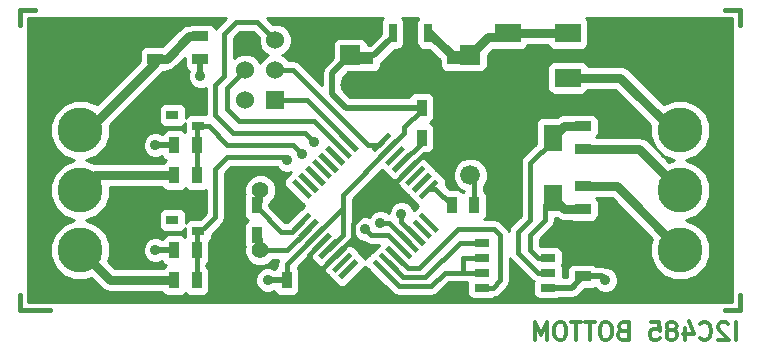
<source format=gbr>
G04 (created by PCBNEW (2013-07-07 BZR 4022)-stable) date 30.7.2014 9:50:12*
%MOIN*%
G04 Gerber Fmt 3.4, Leading zero omitted, Abs format*
%FSLAX34Y34*%
G01*
G70*
G90*
G04 APERTURE LIST*
%ADD10C,0.00590551*%
%ADD11C,0.011811*%
%ADD12R,0.0394X0.0315*%
%ADD13R,0.05X0.025*%
%ADD14R,0.035X0.055*%
%ADD15R,0.055X0.035*%
%ADD16R,0.06X0.06*%
%ADD17C,0.06*%
%ADD18C,0.056*%
%ADD19R,0.065X0.065*%
%ADD20C,0.065*%
%ADD21R,0.063X0.0866*%
%ADD22R,0.0866X0.063*%
%ADD23R,0.0276X0.063*%
%ADD24R,0.0276X0.0827*%
%ADD25R,0.0787X0.1083*%
%ADD26C,0.15*%
%ADD27R,0.15X0.15*%
%ADD28C,0.066*%
%ADD29C,0.0393701*%
%ADD30C,0.035*%
%ADD31C,0.015*%
%ADD32C,0.03*%
%ADD33C,0.02*%
%ADD34C,0.01*%
G04 APERTURE END LIST*
G54D10*
G54D11*
X35346Y-20989D02*
X35346Y-20398D01*
X35093Y-20454D02*
X35065Y-20426D01*
X35008Y-20398D01*
X34868Y-20398D01*
X34812Y-20426D01*
X34784Y-20454D01*
X34755Y-20510D01*
X34755Y-20567D01*
X34784Y-20651D01*
X35121Y-20989D01*
X34755Y-20989D01*
X34165Y-20932D02*
X34193Y-20960D01*
X34277Y-20989D01*
X34334Y-20989D01*
X34418Y-20960D01*
X34474Y-20904D01*
X34502Y-20848D01*
X34530Y-20735D01*
X34530Y-20651D01*
X34502Y-20539D01*
X34474Y-20482D01*
X34418Y-20426D01*
X34334Y-20398D01*
X34277Y-20398D01*
X34193Y-20426D01*
X34165Y-20454D01*
X33659Y-20595D02*
X33659Y-20989D01*
X33799Y-20370D02*
X33940Y-20792D01*
X33574Y-20792D01*
X33265Y-20651D02*
X33321Y-20623D01*
X33349Y-20595D01*
X33377Y-20539D01*
X33377Y-20510D01*
X33349Y-20454D01*
X33321Y-20426D01*
X33265Y-20398D01*
X33152Y-20398D01*
X33096Y-20426D01*
X33068Y-20454D01*
X33040Y-20510D01*
X33040Y-20539D01*
X33068Y-20595D01*
X33096Y-20623D01*
X33152Y-20651D01*
X33265Y-20651D01*
X33321Y-20679D01*
X33349Y-20707D01*
X33377Y-20764D01*
X33377Y-20876D01*
X33349Y-20932D01*
X33321Y-20960D01*
X33265Y-20989D01*
X33152Y-20989D01*
X33096Y-20960D01*
X33068Y-20932D01*
X33040Y-20876D01*
X33040Y-20764D01*
X33068Y-20707D01*
X33096Y-20679D01*
X33152Y-20651D01*
X32506Y-20398D02*
X32787Y-20398D01*
X32815Y-20679D01*
X32787Y-20651D01*
X32731Y-20623D01*
X32590Y-20623D01*
X32534Y-20651D01*
X32506Y-20679D01*
X32478Y-20735D01*
X32478Y-20876D01*
X32506Y-20932D01*
X32534Y-20960D01*
X32590Y-20989D01*
X32731Y-20989D01*
X32787Y-20960D01*
X32815Y-20932D01*
X31578Y-20679D02*
X31493Y-20707D01*
X31465Y-20735D01*
X31437Y-20792D01*
X31437Y-20876D01*
X31465Y-20932D01*
X31493Y-20960D01*
X31550Y-20989D01*
X31775Y-20989D01*
X31775Y-20398D01*
X31578Y-20398D01*
X31521Y-20426D01*
X31493Y-20454D01*
X31465Y-20510D01*
X31465Y-20567D01*
X31493Y-20623D01*
X31521Y-20651D01*
X31578Y-20679D01*
X31775Y-20679D01*
X31071Y-20398D02*
X30959Y-20398D01*
X30903Y-20426D01*
X30847Y-20482D01*
X30818Y-20595D01*
X30818Y-20792D01*
X30847Y-20904D01*
X30903Y-20960D01*
X30959Y-20989D01*
X31071Y-20989D01*
X31128Y-20960D01*
X31184Y-20904D01*
X31212Y-20792D01*
X31212Y-20595D01*
X31184Y-20482D01*
X31128Y-20426D01*
X31071Y-20398D01*
X30650Y-20398D02*
X30312Y-20398D01*
X30481Y-20989D02*
X30481Y-20398D01*
X30200Y-20398D02*
X29862Y-20398D01*
X30031Y-20989D02*
X30031Y-20398D01*
X29553Y-20398D02*
X29440Y-20398D01*
X29384Y-20426D01*
X29328Y-20482D01*
X29300Y-20595D01*
X29300Y-20792D01*
X29328Y-20904D01*
X29384Y-20960D01*
X29440Y-20989D01*
X29553Y-20989D01*
X29609Y-20960D01*
X29665Y-20904D01*
X29694Y-20792D01*
X29694Y-20595D01*
X29665Y-20482D01*
X29609Y-20426D01*
X29553Y-20398D01*
X29047Y-20989D02*
X29047Y-20398D01*
X28850Y-20820D01*
X28653Y-20398D01*
X28653Y-20989D01*
G54D10*
G36*
X20670Y-17408D02*
X20545Y-17283D01*
X21102Y-16726D01*
X21227Y-16852D01*
X20670Y-17408D01*
X20670Y-17408D01*
G37*
G36*
X20893Y-17631D02*
X20768Y-17506D01*
X21324Y-16949D01*
X21450Y-17074D01*
X20893Y-17631D01*
X20893Y-17631D01*
G37*
G36*
X21116Y-17854D02*
X20991Y-17728D01*
X21547Y-17172D01*
X21672Y-17297D01*
X21116Y-17854D01*
X21116Y-17854D01*
G37*
G36*
X21339Y-18076D02*
X21213Y-17951D01*
X21770Y-17395D01*
X21895Y-17520D01*
X21339Y-18076D01*
X21339Y-18076D01*
G37*
G36*
X21561Y-18299D02*
X21436Y-18174D01*
X21993Y-17617D01*
X22118Y-17743D01*
X21561Y-18299D01*
X21561Y-18299D01*
G37*
G36*
X21784Y-18522D02*
X21659Y-18397D01*
X22215Y-17840D01*
X22340Y-17965D01*
X21784Y-18522D01*
X21784Y-18522D01*
G37*
G36*
X22007Y-18745D02*
X21882Y-18619D01*
X22438Y-18063D01*
X22563Y-18188D01*
X22007Y-18745D01*
X22007Y-18745D01*
G37*
G36*
X22229Y-18967D02*
X22104Y-18842D01*
X22661Y-18286D01*
X22786Y-18411D01*
X22229Y-18967D01*
X22229Y-18967D01*
G37*
G36*
X24891Y-16303D02*
X24766Y-16178D01*
X25322Y-15621D01*
X25448Y-15746D01*
X24891Y-16303D01*
X24891Y-16303D01*
G37*
G36*
X23328Y-14740D02*
X23203Y-14615D01*
X23760Y-14059D01*
X23885Y-14184D01*
X23328Y-14740D01*
X23328Y-14740D01*
G37*
G36*
X23555Y-14966D02*
X23429Y-14841D01*
X23986Y-14285D01*
X24111Y-14410D01*
X23555Y-14966D01*
X23555Y-14966D01*
G37*
G36*
X23781Y-15193D02*
X23656Y-15068D01*
X24212Y-14511D01*
X24337Y-14636D01*
X23781Y-15193D01*
X23781Y-15193D01*
G37*
G36*
X24000Y-15412D02*
X23875Y-15287D01*
X24431Y-14730D01*
X24557Y-14855D01*
X24000Y-15412D01*
X24000Y-15412D01*
G37*
G36*
X24226Y-15638D02*
X24101Y-15513D01*
X24658Y-14957D01*
X24783Y-15082D01*
X24226Y-15638D01*
X24226Y-15638D01*
G37*
G36*
X24446Y-15857D02*
X24320Y-15732D01*
X24877Y-15176D01*
X25002Y-15301D01*
X24446Y-15857D01*
X24446Y-15857D01*
G37*
G36*
X24672Y-16084D02*
X24547Y-15959D01*
X25103Y-15402D01*
X25228Y-15527D01*
X24672Y-16084D01*
X24672Y-16084D01*
G37*
G36*
X23772Y-18970D02*
X23216Y-18414D01*
X23341Y-18288D01*
X23898Y-18845D01*
X23772Y-18970D01*
X23772Y-18970D01*
G37*
G36*
X23994Y-18748D02*
X23438Y-18192D01*
X23563Y-18066D01*
X24120Y-18623D01*
X23994Y-18748D01*
X23994Y-18748D01*
G37*
G36*
X24218Y-18525D02*
X23661Y-17968D01*
X23787Y-17843D01*
X24343Y-18399D01*
X24218Y-18525D01*
X24218Y-18525D01*
G37*
G36*
X24440Y-18303D02*
X23883Y-17746D01*
X24009Y-17621D01*
X24565Y-18177D01*
X24440Y-18303D01*
X24440Y-18303D01*
G37*
G36*
X24663Y-18079D02*
X24107Y-17523D01*
X24232Y-17398D01*
X24788Y-17954D01*
X24663Y-18079D01*
X24663Y-18079D01*
G37*
G36*
X24885Y-17857D02*
X24329Y-17301D01*
X24454Y-17175D01*
X25011Y-17732D01*
X24885Y-17857D01*
X24885Y-17857D01*
G37*
G36*
X25109Y-17634D02*
X24552Y-17077D01*
X24677Y-16952D01*
X25234Y-17509D01*
X25109Y-17634D01*
X25109Y-17634D01*
G37*
G36*
X25331Y-17412D02*
X24774Y-16855D01*
X24899Y-16730D01*
X25456Y-17287D01*
X25331Y-17412D01*
X25331Y-17412D01*
G37*
G36*
X21101Y-16296D02*
X20544Y-15739D01*
X20670Y-15614D01*
X21226Y-16171D01*
X21101Y-16296D01*
X21101Y-16296D01*
G37*
G36*
X21320Y-16077D02*
X20764Y-15520D01*
X20889Y-15395D01*
X21445Y-15951D01*
X21320Y-16077D01*
X21320Y-16077D01*
G37*
G36*
X21546Y-15850D02*
X20990Y-15294D01*
X21115Y-15169D01*
X21672Y-15725D01*
X21546Y-15850D01*
X21546Y-15850D01*
G37*
G36*
X21766Y-15631D02*
X21209Y-15075D01*
X21334Y-14950D01*
X21891Y-15506D01*
X21766Y-15631D01*
X21766Y-15631D01*
G37*
G36*
X21985Y-15412D02*
X21428Y-14855D01*
X21553Y-14730D01*
X22110Y-15287D01*
X21985Y-15412D01*
X21985Y-15412D01*
G37*
G36*
X22211Y-15186D02*
X21655Y-14629D01*
X21780Y-14504D01*
X22336Y-15061D01*
X22211Y-15186D01*
X22211Y-15186D01*
G37*
G36*
X22437Y-14959D02*
X21881Y-14403D01*
X22006Y-14278D01*
X22563Y-14834D01*
X22437Y-14959D01*
X22437Y-14959D01*
G37*
G36*
X22664Y-14733D02*
X22107Y-14177D01*
X22232Y-14051D01*
X22789Y-14608D01*
X22664Y-14733D01*
X22664Y-14733D01*
G37*
G54D12*
X16567Y-13500D03*
X17433Y-13875D03*
X17433Y-13125D03*
X16567Y-17000D03*
X17433Y-17375D03*
X17433Y-16625D03*
G54D13*
X26900Y-19250D03*
X26900Y-18750D03*
X26900Y-18250D03*
X26900Y-17750D03*
X29100Y-17750D03*
X29100Y-18250D03*
X29100Y-18750D03*
X29100Y-19250D03*
G54D14*
X16625Y-18000D03*
X17375Y-18000D03*
G54D15*
X23000Y-11625D03*
X23000Y-12375D03*
X30250Y-18875D03*
X30250Y-18125D03*
G54D14*
X20375Y-19000D03*
X21125Y-19000D03*
X24875Y-13250D03*
X25625Y-13250D03*
X19375Y-16500D03*
X18625Y-16500D03*
X19375Y-17500D03*
X18625Y-17500D03*
X24875Y-14250D03*
X25625Y-14250D03*
G54D15*
X26000Y-11625D03*
X26000Y-12375D03*
G54D14*
X16625Y-14500D03*
X17375Y-14500D03*
G54D16*
X20000Y-13000D03*
G54D17*
X19000Y-13000D03*
X20000Y-12000D03*
X19000Y-12000D03*
X20000Y-11000D03*
X19000Y-11000D03*
G54D18*
X19500Y-16000D03*
X19500Y-18000D03*
G54D19*
X26500Y-11500D03*
G54D20*
X26500Y-12500D03*
G54D19*
X22500Y-11500D03*
G54D20*
X22500Y-12500D03*
G54D15*
X30250Y-13875D03*
X30250Y-14625D03*
X30250Y-16625D03*
X30250Y-15875D03*
G54D14*
X17375Y-19000D03*
X16625Y-19000D03*
X17375Y-15500D03*
X16625Y-15500D03*
G54D15*
X17500Y-10875D03*
X17500Y-11625D03*
X16000Y-11625D03*
X16000Y-10875D03*
G54D21*
X27752Y-16250D03*
X29248Y-16250D03*
X27752Y-14250D03*
X29248Y-14250D03*
G54D22*
X27750Y-12248D03*
X27750Y-10752D03*
X29750Y-12248D03*
X29750Y-10752D03*
G54D23*
X23909Y-10752D03*
G54D24*
X24500Y-10850D03*
G54D23*
X25091Y-10752D03*
G54D25*
X24500Y-11795D03*
G54D26*
X13500Y-14000D03*
X13500Y-16000D03*
G54D27*
X13500Y-12000D03*
G54D26*
X13500Y-18000D03*
X33500Y-14000D03*
X33500Y-16000D03*
G54D27*
X33500Y-12000D03*
G54D26*
X33500Y-18000D03*
G54D14*
X26625Y-16500D03*
X25875Y-16500D03*
G54D28*
X26500Y-15500D03*
X26500Y-14500D03*
G54D29*
X34750Y-19250D03*
X30250Y-17500D03*
X32250Y-14000D03*
X34750Y-10750D03*
X21000Y-10750D03*
X16750Y-12750D03*
X16750Y-16250D03*
X18750Y-15500D03*
X18750Y-18500D03*
X14500Y-17000D03*
X14500Y-14750D03*
X12250Y-10750D03*
X12250Y-19250D03*
X15000Y-10750D03*
G54D30*
X23000Y-17300D03*
X21300Y-14400D03*
X24200Y-16800D03*
X20900Y-14800D03*
X23500Y-17100D03*
X20400Y-15000D03*
X17500Y-12200D03*
X31000Y-19000D03*
X19750Y-19000D03*
X16000Y-18000D03*
X16000Y-14500D03*
G54D31*
X12000Y-10000D02*
X11500Y-10000D01*
X11500Y-10000D02*
X11500Y-10500D01*
X35500Y-10500D02*
X35500Y-10000D01*
X35500Y-10000D02*
X35000Y-10000D01*
X35000Y-20000D02*
X35500Y-20000D01*
X35500Y-20000D02*
X35500Y-19500D01*
X11500Y-19500D02*
X11500Y-20000D01*
X11500Y-20000D02*
X12500Y-20000D01*
G54D32*
X30250Y-15875D02*
X31375Y-15875D01*
X31375Y-15875D02*
X33500Y-18000D01*
X30250Y-14625D02*
X32125Y-14625D01*
X32125Y-14625D02*
X33500Y-16000D01*
G54D31*
X22000Y-18181D02*
X22018Y-18181D01*
X22018Y-18181D02*
X22600Y-17600D01*
X22600Y-17600D02*
X22600Y-17140D01*
X22600Y-17140D02*
X24442Y-15297D01*
X25625Y-14250D02*
X25625Y-13250D01*
X26500Y-14500D02*
X25875Y-14500D01*
X25875Y-14500D02*
X25625Y-14250D01*
X25625Y-14250D02*
X25625Y-14475D01*
X24940Y-14800D02*
X24442Y-15297D01*
X25300Y-14800D02*
X24940Y-14800D01*
X25625Y-14475D02*
X25300Y-14800D01*
X21125Y-19000D02*
X21181Y-19000D01*
X21181Y-19000D02*
X22000Y-18181D01*
X21125Y-19000D02*
X21125Y-18165D01*
X21125Y-18165D02*
X21554Y-17736D01*
X25107Y-15962D02*
X25337Y-15962D01*
X25337Y-15962D02*
X25875Y-16500D01*
X24875Y-14250D02*
X24875Y-14412D01*
X24875Y-14412D02*
X24216Y-15071D01*
G54D32*
X13500Y-14000D02*
X13750Y-14000D01*
X16000Y-11750D02*
X16000Y-11625D01*
X13750Y-14000D02*
X16000Y-11750D01*
X17500Y-10875D02*
X17125Y-10875D01*
X16375Y-11625D02*
X16000Y-11625D01*
X17125Y-10875D02*
X16375Y-11625D01*
G54D31*
X26900Y-18250D02*
X26250Y-18250D01*
X26250Y-18250D02*
X26250Y-18750D01*
X26900Y-18750D02*
X26250Y-18750D01*
X26250Y-18750D02*
X25650Y-18750D01*
X25650Y-18750D02*
X25200Y-19200D01*
X25200Y-19200D02*
X24127Y-19200D01*
X24127Y-19200D02*
X23557Y-18629D01*
X26900Y-18750D02*
X26150Y-18750D01*
X26625Y-16500D02*
X26625Y-15625D01*
X26625Y-15625D02*
X26500Y-15500D01*
G54D32*
X30250Y-16625D02*
X29623Y-16625D01*
X29623Y-16625D02*
X29248Y-16250D01*
G54D31*
X29100Y-18250D02*
X28750Y-18250D01*
X29000Y-16498D02*
X29248Y-16250D01*
X29000Y-17000D02*
X29000Y-16498D01*
X28500Y-17500D02*
X29000Y-17000D01*
X28500Y-18000D02*
X28500Y-17500D01*
X28750Y-18250D02*
X28500Y-18000D01*
X26900Y-17750D02*
X26150Y-17750D01*
X26150Y-17750D02*
X25000Y-18900D01*
X25000Y-18900D02*
X24271Y-18900D01*
X24271Y-18900D02*
X23779Y-18407D01*
X26900Y-17750D02*
X26650Y-17750D01*
G54D32*
X30250Y-13875D02*
X29623Y-13875D01*
X29623Y-13875D02*
X29248Y-14250D01*
G54D31*
X29248Y-14250D02*
X29248Y-14352D01*
X28750Y-18750D02*
X28250Y-18250D01*
X28750Y-18750D02*
X29100Y-18750D01*
X28100Y-18100D02*
X28250Y-18250D01*
X28100Y-17400D02*
X28100Y-18100D01*
X28500Y-17000D02*
X28100Y-17400D01*
X28500Y-15100D02*
X28500Y-17000D01*
X29248Y-14352D02*
X28500Y-15100D01*
X20000Y-12000D02*
X20600Y-12000D01*
X23444Y-14500D02*
X23544Y-14399D01*
X23100Y-14500D02*
X23444Y-14500D01*
X20600Y-12000D02*
X23100Y-14500D01*
X19000Y-12000D02*
X18400Y-12600D01*
X21303Y-13700D02*
X22222Y-14619D01*
X18800Y-13700D02*
X21303Y-13700D01*
X18400Y-13300D02*
X18800Y-13700D01*
X18400Y-12600D02*
X18400Y-13300D01*
X20000Y-13000D02*
X21055Y-13000D01*
X21055Y-13000D02*
X22448Y-14392D01*
X23762Y-17500D02*
X23200Y-17500D01*
X24224Y-17962D02*
X23762Y-17500D01*
X18500Y-14000D02*
X18600Y-14100D01*
X19400Y-10400D02*
X18700Y-10400D01*
X18700Y-10400D02*
X18300Y-10800D01*
X18300Y-10800D02*
X18300Y-12200D01*
X18300Y-12200D02*
X18000Y-12500D01*
X18000Y-12500D02*
X18000Y-13500D01*
X18000Y-13500D02*
X18500Y-14000D01*
X19400Y-10400D02*
X20000Y-11000D01*
X21000Y-14100D02*
X21300Y-14400D01*
X18600Y-14100D02*
X21000Y-14100D01*
X23200Y-17500D02*
X23000Y-17300D01*
G54D32*
X27750Y-10752D02*
X29750Y-10752D01*
X26500Y-11500D02*
X27100Y-10900D01*
X27748Y-10750D02*
X27750Y-10752D01*
X27100Y-10900D02*
X27500Y-10900D01*
X27500Y-10900D02*
X27748Y-10750D01*
X25091Y-10752D02*
X25127Y-10752D01*
X25875Y-11500D02*
X26500Y-11500D01*
X25127Y-10752D02*
X25875Y-11500D01*
G54D31*
X19375Y-16500D02*
X19375Y-16575D01*
X20554Y-17400D02*
X20886Y-17067D01*
X20200Y-17400D02*
X20554Y-17400D01*
X19375Y-16575D02*
X20200Y-17400D01*
X19500Y-16000D02*
X19500Y-16375D01*
X19500Y-16375D02*
X19375Y-16500D01*
X19500Y-18000D02*
X20399Y-18000D01*
X20399Y-18000D02*
X21109Y-17290D01*
X19500Y-18000D02*
X19500Y-17625D01*
X19500Y-17625D02*
X19375Y-17500D01*
X27300Y-17300D02*
X26100Y-17300D01*
X26100Y-17300D02*
X24800Y-18600D01*
X24800Y-18600D02*
X24418Y-18600D01*
X24418Y-18600D02*
X24002Y-18184D01*
X27300Y-17300D02*
X27500Y-17500D01*
X27250Y-19250D02*
X26900Y-19250D01*
X27300Y-17300D02*
X26600Y-17300D01*
X27500Y-17500D02*
X27300Y-17300D01*
X27500Y-19000D02*
X27500Y-17500D01*
X27250Y-19250D02*
X27500Y-19000D01*
X17375Y-15500D02*
X17375Y-14500D01*
X17375Y-14500D02*
X17375Y-13933D01*
X17375Y-13933D02*
X17433Y-13875D01*
X20600Y-14500D02*
X20900Y-14800D01*
X24670Y-17516D02*
X24200Y-17046D01*
X17775Y-13875D02*
X17433Y-13875D01*
X20400Y-14500D02*
X20600Y-14500D01*
X18400Y-14500D02*
X20400Y-14500D01*
X17775Y-13875D02*
X18400Y-14500D01*
X24200Y-16800D02*
X24200Y-17046D01*
X17375Y-19000D02*
X17375Y-18000D01*
X17375Y-18000D02*
X17375Y-17433D01*
X17375Y-17433D02*
X17433Y-17375D01*
X20400Y-14900D02*
X18400Y-14900D01*
X24438Y-17738D02*
X23800Y-17100D01*
X23800Y-17100D02*
X23500Y-17100D01*
X20400Y-15000D02*
X20400Y-14900D01*
X24448Y-17738D02*
X24438Y-17738D01*
X17625Y-17275D02*
X17433Y-17375D01*
X18000Y-16900D02*
X17625Y-17275D01*
X18000Y-15300D02*
X18000Y-16900D01*
X18400Y-14900D02*
X18000Y-15300D01*
G54D32*
X16625Y-15500D02*
X14000Y-15500D01*
X14000Y-15500D02*
X13500Y-16000D01*
X16625Y-19000D02*
X14500Y-19000D01*
X14500Y-19000D02*
X13500Y-18000D01*
G54D33*
X17500Y-11625D02*
X17500Y-12200D01*
X17500Y-11625D02*
X17375Y-11625D01*
X29100Y-19250D02*
X29875Y-19250D01*
X29875Y-19250D02*
X30250Y-18875D01*
X30250Y-18875D02*
X30875Y-18875D01*
X30875Y-18875D02*
X31000Y-19000D01*
X20375Y-19000D02*
X20375Y-19125D01*
X20250Y-19000D02*
X19750Y-19000D01*
X20375Y-19125D02*
X20250Y-19000D01*
X16625Y-18000D02*
X16000Y-18000D01*
X16625Y-14500D02*
X16000Y-14500D01*
X23909Y-10752D02*
X23909Y-10891D01*
X23300Y-11500D02*
X23700Y-11100D01*
X23300Y-11500D02*
X22500Y-11500D01*
X23909Y-10891D02*
X23700Y-11100D01*
X23000Y-11625D02*
X22625Y-11625D01*
X22625Y-11625D02*
X22500Y-11500D01*
X24875Y-13250D02*
X22350Y-13250D01*
X21900Y-12100D02*
X22500Y-11500D01*
X21900Y-12800D02*
X21900Y-12100D01*
X22350Y-13250D02*
X21900Y-12800D01*
G54D31*
X24875Y-13250D02*
X24875Y-13325D01*
X24300Y-14096D02*
X23770Y-14626D01*
X24300Y-13900D02*
X24300Y-14096D01*
X24875Y-13325D02*
X24300Y-13900D01*
X22250Y-16400D02*
X22250Y-16595D01*
X22250Y-16595D02*
X21331Y-17513D01*
X22250Y-17000D02*
X22250Y-16400D01*
X22250Y-16400D02*
X22250Y-16146D01*
X22250Y-16146D02*
X23770Y-14626D01*
X21791Y-17958D02*
X22250Y-17500D01*
X22250Y-17500D02*
X22250Y-17000D01*
X21777Y-17958D02*
X21791Y-17958D01*
X20375Y-19000D02*
X20375Y-18470D01*
X20375Y-18470D02*
X21331Y-17513D01*
G54D32*
X33500Y-14000D02*
X33250Y-14000D01*
X31498Y-12248D02*
X29750Y-12248D01*
X33250Y-14000D02*
X31498Y-12248D01*
G54D10*
G36*
X17675Y-13467D02*
X17580Y-13467D01*
X17186Y-13467D01*
X17094Y-13505D01*
X17024Y-13575D01*
X17014Y-13600D01*
X17014Y-13292D01*
X16976Y-13201D01*
X16905Y-13130D01*
X16813Y-13092D01*
X16714Y-13092D01*
X16320Y-13092D01*
X16228Y-13130D01*
X16158Y-13200D01*
X16120Y-13292D01*
X16119Y-13392D01*
X16119Y-13707D01*
X16157Y-13798D01*
X16228Y-13869D01*
X16320Y-13907D01*
X16419Y-13907D01*
X16813Y-13907D01*
X16905Y-13869D01*
X16975Y-13799D01*
X16985Y-13774D01*
X16985Y-14057D01*
X16941Y-14013D01*
X16849Y-13975D01*
X16750Y-13974D01*
X16400Y-13974D01*
X16308Y-14012D01*
X16238Y-14083D01*
X16218Y-14130D01*
X16084Y-14075D01*
X15915Y-14074D01*
X15759Y-14139D01*
X15639Y-14258D01*
X15575Y-14415D01*
X15574Y-14584D01*
X15639Y-14740D01*
X15758Y-14860D01*
X15915Y-14924D01*
X16084Y-14925D01*
X16218Y-14869D01*
X16237Y-14916D01*
X16308Y-14986D01*
X16339Y-14999D01*
X16308Y-15012D01*
X16238Y-15083D01*
X16231Y-15100D01*
X14000Y-15100D01*
X13959Y-15108D01*
X13959Y-15108D01*
X13699Y-15000D01*
X13698Y-15000D01*
X14065Y-14848D01*
X14347Y-14567D01*
X14499Y-14199D01*
X14500Y-13815D01*
X16265Y-12050D01*
X16324Y-12050D01*
X16394Y-12021D01*
X16502Y-11999D01*
X16528Y-11994D01*
X16528Y-11994D01*
X16657Y-11907D01*
X16974Y-11590D01*
X16974Y-11849D01*
X17012Y-11941D01*
X17083Y-12011D01*
X17112Y-12024D01*
X17075Y-12115D01*
X17074Y-12284D01*
X17139Y-12440D01*
X17258Y-12560D01*
X17415Y-12624D01*
X17584Y-12625D01*
X17675Y-12587D01*
X17675Y-13467D01*
X17675Y-13467D01*
G37*
G54D34*
X17675Y-13467D02*
X17580Y-13467D01*
X17186Y-13467D01*
X17094Y-13505D01*
X17024Y-13575D01*
X17014Y-13600D01*
X17014Y-13292D01*
X16976Y-13201D01*
X16905Y-13130D01*
X16813Y-13092D01*
X16714Y-13092D01*
X16320Y-13092D01*
X16228Y-13130D01*
X16158Y-13200D01*
X16120Y-13292D01*
X16119Y-13392D01*
X16119Y-13707D01*
X16157Y-13798D01*
X16228Y-13869D01*
X16320Y-13907D01*
X16419Y-13907D01*
X16813Y-13907D01*
X16905Y-13869D01*
X16975Y-13799D01*
X16985Y-13774D01*
X16985Y-14057D01*
X16941Y-14013D01*
X16849Y-13975D01*
X16750Y-13974D01*
X16400Y-13974D01*
X16308Y-14012D01*
X16238Y-14083D01*
X16218Y-14130D01*
X16084Y-14075D01*
X15915Y-14074D01*
X15759Y-14139D01*
X15639Y-14258D01*
X15575Y-14415D01*
X15574Y-14584D01*
X15639Y-14740D01*
X15758Y-14860D01*
X15915Y-14924D01*
X16084Y-14925D01*
X16218Y-14869D01*
X16237Y-14916D01*
X16308Y-14986D01*
X16339Y-14999D01*
X16308Y-15012D01*
X16238Y-15083D01*
X16231Y-15100D01*
X14000Y-15100D01*
X13959Y-15108D01*
X13959Y-15108D01*
X13699Y-15000D01*
X13698Y-15000D01*
X14065Y-14848D01*
X14347Y-14567D01*
X14499Y-14199D01*
X14500Y-13815D01*
X16265Y-12050D01*
X16324Y-12050D01*
X16394Y-12021D01*
X16502Y-11999D01*
X16528Y-11994D01*
X16528Y-11994D01*
X16657Y-11907D01*
X16974Y-11590D01*
X16974Y-11849D01*
X17012Y-11941D01*
X17083Y-12011D01*
X17112Y-12024D01*
X17075Y-12115D01*
X17074Y-12284D01*
X17139Y-12440D01*
X17258Y-12560D01*
X17415Y-12624D01*
X17584Y-12625D01*
X17675Y-12587D01*
X17675Y-13467D01*
G54D10*
G36*
X17675Y-16765D02*
X17472Y-16967D01*
X17186Y-16967D01*
X17094Y-17005D01*
X17024Y-17075D01*
X17014Y-17100D01*
X17014Y-16792D01*
X16976Y-16701D01*
X16905Y-16630D01*
X16813Y-16592D01*
X16714Y-16592D01*
X16320Y-16592D01*
X16228Y-16630D01*
X16158Y-16700D01*
X16120Y-16792D01*
X16119Y-16892D01*
X16119Y-17207D01*
X16157Y-17298D01*
X16228Y-17369D01*
X16320Y-17407D01*
X16419Y-17407D01*
X16813Y-17407D01*
X16905Y-17369D01*
X16975Y-17299D01*
X16985Y-17274D01*
X16985Y-17557D01*
X16941Y-17513D01*
X16849Y-17475D01*
X16750Y-17474D01*
X16400Y-17474D01*
X16308Y-17512D01*
X16238Y-17583D01*
X16218Y-17630D01*
X16084Y-17575D01*
X15915Y-17574D01*
X15759Y-17639D01*
X15639Y-17758D01*
X15575Y-17915D01*
X15574Y-18084D01*
X15639Y-18240D01*
X15758Y-18360D01*
X15915Y-18424D01*
X16084Y-18425D01*
X16218Y-18369D01*
X16237Y-18416D01*
X16308Y-18486D01*
X16339Y-18499D01*
X16308Y-18512D01*
X16238Y-18583D01*
X16231Y-18600D01*
X14665Y-18600D01*
X14431Y-18365D01*
X14499Y-18199D01*
X14500Y-17801D01*
X14348Y-17434D01*
X14067Y-17152D01*
X13699Y-17000D01*
X13698Y-17000D01*
X14065Y-16848D01*
X14347Y-16567D01*
X14499Y-16199D01*
X14500Y-15900D01*
X16231Y-15900D01*
X16237Y-15916D01*
X16308Y-15986D01*
X16400Y-16024D01*
X16499Y-16025D01*
X16849Y-16025D01*
X16941Y-15987D01*
X17000Y-15928D01*
X17058Y-15986D01*
X17150Y-16024D01*
X17249Y-16025D01*
X17599Y-16025D01*
X17675Y-15993D01*
X17675Y-16765D01*
X17675Y-16765D01*
G37*
G54D34*
X17675Y-16765D02*
X17472Y-16967D01*
X17186Y-16967D01*
X17094Y-17005D01*
X17024Y-17075D01*
X17014Y-17100D01*
X17014Y-16792D01*
X16976Y-16701D01*
X16905Y-16630D01*
X16813Y-16592D01*
X16714Y-16592D01*
X16320Y-16592D01*
X16228Y-16630D01*
X16158Y-16700D01*
X16120Y-16792D01*
X16119Y-16892D01*
X16119Y-17207D01*
X16157Y-17298D01*
X16228Y-17369D01*
X16320Y-17407D01*
X16419Y-17407D01*
X16813Y-17407D01*
X16905Y-17369D01*
X16975Y-17299D01*
X16985Y-17274D01*
X16985Y-17557D01*
X16941Y-17513D01*
X16849Y-17475D01*
X16750Y-17474D01*
X16400Y-17474D01*
X16308Y-17512D01*
X16238Y-17583D01*
X16218Y-17630D01*
X16084Y-17575D01*
X15915Y-17574D01*
X15759Y-17639D01*
X15639Y-17758D01*
X15575Y-17915D01*
X15574Y-18084D01*
X15639Y-18240D01*
X15758Y-18360D01*
X15915Y-18424D01*
X16084Y-18425D01*
X16218Y-18369D01*
X16237Y-18416D01*
X16308Y-18486D01*
X16339Y-18499D01*
X16308Y-18512D01*
X16238Y-18583D01*
X16231Y-18600D01*
X14665Y-18600D01*
X14431Y-18365D01*
X14499Y-18199D01*
X14500Y-17801D01*
X14348Y-17434D01*
X14067Y-17152D01*
X13699Y-17000D01*
X13698Y-17000D01*
X14065Y-16848D01*
X14347Y-16567D01*
X14499Y-16199D01*
X14500Y-15900D01*
X16231Y-15900D01*
X16237Y-15916D01*
X16308Y-15986D01*
X16400Y-16024D01*
X16499Y-16025D01*
X16849Y-16025D01*
X16941Y-15987D01*
X17000Y-15928D01*
X17058Y-15986D01*
X17150Y-16024D01*
X17249Y-16025D01*
X17599Y-16025D01*
X17675Y-15993D01*
X17675Y-16765D01*
G54D10*
G36*
X19769Y-11499D02*
X19688Y-11533D01*
X19534Y-11688D01*
X19500Y-11769D01*
X19466Y-11688D01*
X19311Y-11534D01*
X19109Y-11450D01*
X18891Y-11449D01*
X18688Y-11533D01*
X18625Y-11597D01*
X18625Y-10934D01*
X18834Y-10725D01*
X19265Y-10725D01*
X19450Y-10909D01*
X19449Y-11108D01*
X19533Y-11311D01*
X19688Y-11465D01*
X19769Y-11499D01*
X19769Y-11499D01*
G37*
G54D34*
X19769Y-11499D02*
X19688Y-11533D01*
X19534Y-11688D01*
X19500Y-11769D01*
X19466Y-11688D01*
X19311Y-11534D01*
X19109Y-11450D01*
X18891Y-11449D01*
X18688Y-11533D01*
X18625Y-11597D01*
X18625Y-10934D01*
X18834Y-10725D01*
X19265Y-10725D01*
X19450Y-10909D01*
X19449Y-11108D01*
X19533Y-11311D01*
X19688Y-11465D01*
X19769Y-11499D01*
G54D10*
G36*
X23451Y-17825D02*
X23450Y-17826D01*
X23441Y-17846D01*
X23422Y-17854D01*
X23351Y-17925D01*
X23226Y-18050D01*
X23218Y-18069D01*
X23200Y-18076D01*
X23129Y-18147D01*
X23004Y-18272D01*
X23002Y-18278D01*
X22998Y-18269D01*
X22928Y-18199D01*
X22803Y-18074D01*
X22783Y-18066D01*
X22775Y-18047D01*
X22705Y-17976D01*
X22580Y-17851D01*
X22488Y-17813D01*
X22396Y-17813D01*
X22479Y-17729D01*
X22550Y-17624D01*
X22550Y-17624D01*
X22575Y-17500D01*
X22575Y-17384D01*
X22639Y-17540D01*
X22758Y-17660D01*
X22915Y-17724D01*
X22965Y-17724D01*
X22970Y-17729D01*
X22970Y-17729D01*
X23075Y-17800D01*
X23075Y-17800D01*
X23200Y-17825D01*
X23451Y-17825D01*
X23451Y-17825D01*
G37*
G54D34*
X23451Y-17825D02*
X23450Y-17826D01*
X23441Y-17846D01*
X23422Y-17854D01*
X23351Y-17925D01*
X23226Y-18050D01*
X23218Y-18069D01*
X23200Y-18076D01*
X23129Y-18147D01*
X23004Y-18272D01*
X23002Y-18278D01*
X22998Y-18269D01*
X22928Y-18199D01*
X22803Y-18074D01*
X22783Y-18066D01*
X22775Y-18047D01*
X22705Y-17976D01*
X22580Y-17851D01*
X22488Y-17813D01*
X22396Y-17813D01*
X22479Y-17729D01*
X22550Y-17624D01*
X22550Y-17624D01*
X22575Y-17500D01*
X22575Y-17384D01*
X22639Y-17540D01*
X22758Y-17660D01*
X22915Y-17724D01*
X22965Y-17724D01*
X22970Y-17729D01*
X22970Y-17729D01*
X23075Y-17800D01*
X23075Y-17800D01*
X23200Y-17825D01*
X23451Y-17825D01*
G54D10*
G36*
X23584Y-10269D02*
X23559Y-10295D01*
X23521Y-10387D01*
X23520Y-10486D01*
X23520Y-10784D01*
X23452Y-10852D01*
X23452Y-10852D01*
X23452Y-10852D01*
X23155Y-11150D01*
X23075Y-11150D01*
X23075Y-11125D01*
X23037Y-11033D01*
X22966Y-10963D01*
X22874Y-10925D01*
X22775Y-10924D01*
X22125Y-10924D01*
X22033Y-10962D01*
X21963Y-11033D01*
X21925Y-11125D01*
X21924Y-11224D01*
X21924Y-11580D01*
X21652Y-11852D01*
X21576Y-11966D01*
X21550Y-12100D01*
X21550Y-12490D01*
X20829Y-11770D01*
X20724Y-11699D01*
X20600Y-11675D01*
X20452Y-11675D01*
X20311Y-11534D01*
X20230Y-11500D01*
X20311Y-11466D01*
X20465Y-11311D01*
X20549Y-11109D01*
X20550Y-10891D01*
X20466Y-10688D01*
X20311Y-10534D01*
X20109Y-10450D01*
X19909Y-10449D01*
X19729Y-10269D01*
X23584Y-10269D01*
X23584Y-10269D01*
G37*
G54D34*
X23584Y-10269D02*
X23559Y-10295D01*
X23521Y-10387D01*
X23520Y-10486D01*
X23520Y-10784D01*
X23452Y-10852D01*
X23452Y-10852D01*
X23452Y-10852D01*
X23155Y-11150D01*
X23075Y-11150D01*
X23075Y-11125D01*
X23037Y-11033D01*
X22966Y-10963D01*
X22874Y-10925D01*
X22775Y-10924D01*
X22125Y-10924D01*
X22033Y-10962D01*
X21963Y-11033D01*
X21925Y-11125D01*
X21924Y-11224D01*
X21924Y-11580D01*
X21652Y-11852D01*
X21576Y-11966D01*
X21550Y-12100D01*
X21550Y-12490D01*
X20829Y-11770D01*
X20724Y-11699D01*
X20600Y-11675D01*
X20452Y-11675D01*
X20311Y-11534D01*
X20230Y-11500D01*
X20311Y-11466D01*
X20465Y-11311D01*
X20549Y-11109D01*
X20550Y-10891D01*
X20466Y-10688D01*
X20311Y-10534D01*
X20109Y-10450D01*
X19909Y-10449D01*
X19729Y-10269D01*
X23584Y-10269D01*
G54D10*
G36*
X24758Y-16518D02*
X24688Y-16588D01*
X24606Y-16670D01*
X24560Y-16559D01*
X24441Y-16439D01*
X24284Y-16375D01*
X24115Y-16374D01*
X23959Y-16439D01*
X23839Y-16558D01*
X23775Y-16715D01*
X23775Y-16773D01*
X23741Y-16739D01*
X23584Y-16675D01*
X23415Y-16674D01*
X23259Y-16739D01*
X23139Y-16858D01*
X23126Y-16892D01*
X23084Y-16875D01*
X22915Y-16874D01*
X22759Y-16939D01*
X22639Y-17058D01*
X22575Y-17215D01*
X22575Y-17299D01*
X22575Y-17000D01*
X22575Y-16595D01*
X22575Y-16400D01*
X22575Y-16281D01*
X23545Y-15311D01*
X23639Y-15405D01*
X23656Y-15412D01*
X23663Y-15428D01*
X23733Y-15499D01*
X23858Y-15624D01*
X23950Y-15662D01*
X24050Y-15662D01*
X24085Y-15647D01*
X24070Y-15682D01*
X24070Y-15782D01*
X24108Y-15874D01*
X24179Y-15944D01*
X24304Y-16069D01*
X24326Y-16078D01*
X24335Y-16100D01*
X24405Y-16170D01*
X24530Y-16296D01*
X24547Y-16303D01*
X24554Y-16319D01*
X24624Y-16390D01*
X24749Y-16515D01*
X24758Y-16518D01*
X24758Y-16518D01*
G37*
G54D34*
X24758Y-16518D02*
X24688Y-16588D01*
X24606Y-16670D01*
X24560Y-16559D01*
X24441Y-16439D01*
X24284Y-16375D01*
X24115Y-16374D01*
X23959Y-16439D01*
X23839Y-16558D01*
X23775Y-16715D01*
X23775Y-16773D01*
X23741Y-16739D01*
X23584Y-16675D01*
X23415Y-16674D01*
X23259Y-16739D01*
X23139Y-16858D01*
X23126Y-16892D01*
X23084Y-16875D01*
X22915Y-16874D01*
X22759Y-16939D01*
X22639Y-17058D01*
X22575Y-17215D01*
X22575Y-17299D01*
X22575Y-17000D01*
X22575Y-16595D01*
X22575Y-16400D01*
X22575Y-16281D01*
X23545Y-15311D01*
X23639Y-15405D01*
X23656Y-15412D01*
X23663Y-15428D01*
X23733Y-15499D01*
X23858Y-15624D01*
X23950Y-15662D01*
X24050Y-15662D01*
X24085Y-15647D01*
X24070Y-15682D01*
X24070Y-15782D01*
X24108Y-15874D01*
X24179Y-15944D01*
X24304Y-16069D01*
X24326Y-16078D01*
X24335Y-16100D01*
X24405Y-16170D01*
X24530Y-16296D01*
X24547Y-16303D01*
X24554Y-16319D01*
X24624Y-16390D01*
X24749Y-16515D01*
X24758Y-16518D01*
G54D10*
G36*
X35230Y-19730D02*
X12500Y-19730D01*
X12000Y-19730D01*
X11769Y-19730D01*
X11769Y-10269D01*
X18370Y-10269D01*
X18070Y-10570D01*
X18021Y-10642D01*
X17987Y-10558D01*
X17916Y-10488D01*
X17824Y-10450D01*
X17725Y-10449D01*
X17175Y-10449D01*
X17105Y-10478D01*
X16971Y-10505D01*
X16928Y-10534D01*
X16842Y-10592D01*
X16234Y-11199D01*
X16225Y-11199D01*
X15675Y-11199D01*
X15583Y-11237D01*
X15513Y-11308D01*
X15475Y-11400D01*
X15474Y-11499D01*
X15474Y-11709D01*
X14042Y-13142D01*
X13699Y-13000D01*
X13301Y-12999D01*
X12934Y-13151D01*
X12652Y-13432D01*
X12500Y-13800D01*
X12499Y-14198D01*
X12651Y-14565D01*
X12932Y-14847D01*
X13300Y-14999D01*
X13301Y-14999D01*
X12934Y-15151D01*
X12652Y-15432D01*
X12500Y-15800D01*
X12499Y-16198D01*
X12651Y-16565D01*
X12932Y-16847D01*
X13300Y-16999D01*
X13301Y-16999D01*
X12934Y-17151D01*
X12652Y-17432D01*
X12500Y-17800D01*
X12499Y-18198D01*
X12651Y-18565D01*
X12932Y-18847D01*
X13300Y-18999D01*
X13698Y-19000D01*
X13865Y-18931D01*
X14217Y-19282D01*
X14217Y-19282D01*
X14303Y-19340D01*
X14346Y-19369D01*
X14346Y-19369D01*
X14500Y-19400D01*
X16231Y-19400D01*
X16237Y-19416D01*
X16308Y-19486D01*
X16400Y-19524D01*
X16499Y-19525D01*
X16849Y-19525D01*
X16941Y-19487D01*
X17000Y-19428D01*
X17058Y-19486D01*
X17150Y-19524D01*
X17249Y-19525D01*
X17599Y-19525D01*
X17691Y-19487D01*
X17761Y-19416D01*
X17799Y-19324D01*
X17800Y-19225D01*
X17800Y-18675D01*
X17762Y-18583D01*
X17700Y-18521D01*
X17700Y-18478D01*
X17761Y-18416D01*
X17799Y-18324D01*
X17800Y-18225D01*
X17800Y-17715D01*
X17841Y-17674D01*
X17879Y-17582D01*
X17880Y-17482D01*
X17880Y-17479D01*
X18229Y-17129D01*
X18229Y-17129D01*
X18229Y-17129D01*
X18300Y-17024D01*
X18300Y-17024D01*
X18325Y-16900D01*
X18325Y-15434D01*
X18534Y-15225D01*
X20033Y-15225D01*
X20039Y-15240D01*
X20158Y-15360D01*
X20315Y-15424D01*
X20484Y-15425D01*
X20521Y-15409D01*
X20458Y-15472D01*
X20333Y-15598D01*
X20294Y-15689D01*
X20294Y-15789D01*
X20332Y-15881D01*
X20403Y-15951D01*
X20959Y-16508D01*
X20968Y-16511D01*
X20960Y-16514D01*
X20890Y-16585D01*
X20400Y-17075D01*
X20334Y-17075D01*
X19800Y-16540D01*
X19800Y-16499D01*
X19800Y-16499D01*
X19800Y-16499D01*
X19812Y-16436D01*
X19949Y-16300D01*
X20029Y-16105D01*
X20030Y-15895D01*
X19949Y-15700D01*
X19800Y-15550D01*
X19605Y-15470D01*
X19395Y-15469D01*
X19200Y-15550D01*
X19050Y-15699D01*
X18970Y-15894D01*
X18969Y-16104D01*
X18974Y-16116D01*
X18950Y-16175D01*
X18949Y-16274D01*
X18949Y-16824D01*
X18987Y-16916D01*
X19058Y-16986D01*
X19089Y-16999D01*
X19058Y-17012D01*
X18988Y-17083D01*
X18950Y-17175D01*
X18949Y-17274D01*
X18949Y-17824D01*
X18974Y-17883D01*
X18970Y-17894D01*
X18969Y-18104D01*
X19050Y-18299D01*
X19199Y-18449D01*
X19394Y-18529D01*
X19604Y-18530D01*
X19799Y-18449D01*
X19924Y-18325D01*
X20088Y-18325D01*
X20074Y-18345D01*
X20050Y-18470D01*
X20050Y-18521D01*
X19988Y-18583D01*
X19968Y-18630D01*
X19834Y-18575D01*
X19665Y-18574D01*
X19509Y-18639D01*
X19389Y-18758D01*
X19325Y-18915D01*
X19324Y-19084D01*
X19389Y-19240D01*
X19508Y-19360D01*
X19665Y-19424D01*
X19834Y-19425D01*
X19968Y-19369D01*
X19987Y-19416D01*
X20058Y-19486D01*
X20150Y-19524D01*
X20249Y-19525D01*
X20599Y-19525D01*
X20691Y-19487D01*
X20761Y-19416D01*
X20799Y-19324D01*
X20800Y-19225D01*
X20800Y-18675D01*
X20762Y-18583D01*
X20741Y-18563D01*
X21191Y-18113D01*
X21186Y-18124D01*
X21186Y-18223D01*
X21224Y-18315D01*
X21294Y-18386D01*
X21419Y-18511D01*
X21511Y-18549D01*
X21611Y-18549D01*
X21646Y-18535D01*
X21632Y-18569D01*
X21632Y-18669D01*
X21670Y-18761D01*
X21740Y-18831D01*
X21865Y-18956D01*
X21884Y-18964D01*
X21892Y-18984D01*
X21963Y-19054D01*
X22088Y-19179D01*
X22180Y-19217D01*
X22279Y-19217D01*
X22371Y-19179D01*
X22441Y-19109D01*
X22998Y-18553D01*
X23000Y-18547D01*
X23004Y-18555D01*
X23074Y-18625D01*
X23631Y-19182D01*
X23663Y-19196D01*
X23897Y-19429D01*
X24003Y-19500D01*
X24003Y-19500D01*
X24127Y-19525D01*
X25200Y-19525D01*
X25324Y-19500D01*
X25324Y-19500D01*
X25429Y-19429D01*
X25784Y-19075D01*
X26150Y-19075D01*
X26250Y-19075D01*
X26400Y-19075D01*
X26400Y-19075D01*
X26399Y-19174D01*
X26399Y-19424D01*
X26437Y-19516D01*
X26508Y-19586D01*
X26600Y-19624D01*
X26699Y-19625D01*
X27199Y-19625D01*
X27291Y-19587D01*
X27316Y-19561D01*
X27374Y-19550D01*
X27374Y-19550D01*
X27479Y-19479D01*
X27729Y-19229D01*
X27729Y-19229D01*
X27729Y-19229D01*
X27800Y-19124D01*
X27800Y-19124D01*
X27825Y-19000D01*
X27825Y-18262D01*
X27870Y-18329D01*
X28020Y-18479D01*
X28020Y-18479D01*
X28520Y-18979D01*
X28520Y-18979D01*
X28583Y-19022D01*
X28613Y-19042D01*
X28600Y-19075D01*
X28599Y-19174D01*
X28599Y-19424D01*
X28637Y-19516D01*
X28708Y-19586D01*
X28800Y-19624D01*
X28899Y-19625D01*
X29399Y-19625D01*
X29460Y-19600D01*
X29875Y-19600D01*
X30008Y-19573D01*
X30008Y-19573D01*
X30122Y-19497D01*
X30319Y-19300D01*
X30574Y-19300D01*
X30662Y-19263D01*
X30758Y-19360D01*
X30915Y-19424D01*
X31084Y-19425D01*
X31240Y-19360D01*
X31360Y-19241D01*
X31424Y-19084D01*
X31425Y-18915D01*
X31360Y-18759D01*
X31241Y-18639D01*
X31084Y-18575D01*
X31043Y-18575D01*
X31043Y-18575D01*
X31008Y-18551D01*
X30875Y-18525D01*
X30703Y-18525D01*
X30666Y-18488D01*
X30574Y-18450D01*
X30475Y-18449D01*
X29925Y-18449D01*
X29833Y-18487D01*
X29763Y-18558D01*
X29725Y-18650D01*
X29724Y-18749D01*
X29724Y-18900D01*
X29599Y-18900D01*
X29600Y-18825D01*
X29600Y-18575D01*
X29568Y-18499D01*
X29599Y-18424D01*
X29600Y-18325D01*
X29600Y-18075D01*
X29562Y-17983D01*
X29491Y-17913D01*
X29399Y-17875D01*
X29300Y-17874D01*
X28834Y-17874D01*
X28825Y-17865D01*
X28825Y-17634D01*
X29229Y-17229D01*
X29229Y-17229D01*
X29229Y-17229D01*
X29272Y-17166D01*
X29300Y-17124D01*
X29300Y-17124D01*
X29325Y-17000D01*
X29325Y-16933D01*
X29377Y-16933D01*
X29377Y-16933D01*
X29426Y-16965D01*
X29469Y-16994D01*
X29469Y-16994D01*
X29623Y-17025D01*
X29864Y-17025D01*
X29925Y-17049D01*
X30024Y-17050D01*
X30574Y-17050D01*
X30666Y-17012D01*
X30736Y-16941D01*
X30774Y-16849D01*
X30775Y-16750D01*
X30775Y-16400D01*
X30737Y-16308D01*
X30703Y-16275D01*
X31209Y-16275D01*
X32568Y-17634D01*
X32500Y-17800D01*
X32499Y-18198D01*
X32651Y-18565D01*
X32932Y-18847D01*
X33300Y-18999D01*
X33698Y-19000D01*
X34065Y-18848D01*
X34347Y-18567D01*
X34499Y-18199D01*
X34500Y-17801D01*
X34348Y-17434D01*
X34067Y-17152D01*
X33699Y-17000D01*
X33698Y-17000D01*
X34065Y-16848D01*
X34347Y-16567D01*
X34499Y-16199D01*
X34500Y-15801D01*
X34348Y-15434D01*
X34067Y-15152D01*
X33699Y-15000D01*
X33698Y-15000D01*
X34065Y-14848D01*
X34347Y-14567D01*
X34499Y-14199D01*
X34500Y-13801D01*
X34348Y-13434D01*
X34067Y-13152D01*
X33699Y-13000D01*
X33301Y-12999D01*
X32957Y-13142D01*
X31780Y-11965D01*
X31651Y-11878D01*
X31625Y-11873D01*
X31498Y-11848D01*
X30418Y-11848D01*
X30395Y-11791D01*
X30324Y-11721D01*
X30232Y-11683D01*
X30133Y-11682D01*
X29267Y-11682D01*
X29175Y-11720D01*
X29105Y-11791D01*
X29067Y-11883D01*
X29066Y-11982D01*
X29066Y-12612D01*
X29104Y-12704D01*
X29175Y-12774D01*
X29267Y-12812D01*
X29366Y-12813D01*
X30232Y-12813D01*
X30324Y-12775D01*
X30394Y-12704D01*
X30418Y-12648D01*
X31332Y-12648D01*
X32500Y-13815D01*
X32499Y-14198D01*
X32651Y-14565D01*
X32932Y-14847D01*
X33300Y-14999D01*
X33301Y-14999D01*
X33134Y-15068D01*
X32407Y-14342D01*
X32278Y-14255D01*
X32252Y-14250D01*
X32125Y-14225D01*
X30703Y-14225D01*
X30736Y-14191D01*
X30774Y-14099D01*
X30775Y-14000D01*
X30775Y-13650D01*
X30737Y-13558D01*
X30666Y-13488D01*
X30574Y-13450D01*
X30475Y-13449D01*
X29925Y-13449D01*
X29864Y-13475D01*
X29623Y-13475D01*
X29469Y-13505D01*
X29426Y-13534D01*
X29377Y-13566D01*
X28883Y-13566D01*
X28791Y-13604D01*
X28721Y-13675D01*
X28683Y-13767D01*
X28682Y-13866D01*
X28682Y-14457D01*
X28270Y-14870D01*
X28199Y-14975D01*
X28175Y-15100D01*
X28175Y-16865D01*
X27870Y-17170D01*
X27799Y-17275D01*
X27784Y-17352D01*
X27729Y-17270D01*
X27729Y-17270D01*
X27529Y-17070D01*
X27424Y-16999D01*
X27300Y-16975D01*
X26953Y-16975D01*
X27011Y-16916D01*
X27049Y-16824D01*
X27050Y-16725D01*
X27050Y-16175D01*
X27012Y-16083D01*
X26950Y-16021D01*
X26950Y-15870D01*
X26991Y-15828D01*
X27079Y-15615D01*
X27080Y-15385D01*
X26991Y-15171D01*
X26828Y-15008D01*
X26615Y-14920D01*
X26385Y-14919D01*
X26171Y-15008D01*
X26008Y-15171D01*
X25920Y-15384D01*
X25919Y-15614D01*
X26008Y-15828D01*
X26171Y-15991D01*
X26283Y-16038D01*
X26249Y-16071D01*
X26191Y-16013D01*
X26099Y-15975D01*
X26000Y-15974D01*
X25809Y-15974D01*
X25678Y-15843D01*
X25697Y-15796D01*
X25698Y-15697D01*
X25660Y-15605D01*
X25589Y-15535D01*
X25464Y-15409D01*
X25447Y-15402D01*
X25440Y-15386D01*
X25370Y-15315D01*
X25245Y-15190D01*
X25223Y-15181D01*
X25214Y-15160D01*
X25144Y-15089D01*
X25019Y-14964D01*
X24927Y-14926D01*
X24827Y-14926D01*
X24816Y-14930D01*
X24972Y-14775D01*
X25099Y-14775D01*
X25191Y-14737D01*
X25261Y-14666D01*
X25299Y-14574D01*
X25300Y-14475D01*
X25300Y-13925D01*
X25262Y-13833D01*
X25191Y-13763D01*
X25160Y-13750D01*
X25191Y-13737D01*
X25261Y-13666D01*
X25299Y-13574D01*
X25300Y-13475D01*
X25300Y-12925D01*
X25262Y-12833D01*
X25191Y-12763D01*
X25099Y-12725D01*
X25000Y-12724D01*
X24650Y-12724D01*
X24558Y-12762D01*
X24488Y-12833D01*
X24460Y-12900D01*
X22494Y-12900D01*
X22250Y-12655D01*
X22250Y-12244D01*
X22419Y-12075D01*
X22874Y-12075D01*
X22935Y-12050D01*
X23324Y-12050D01*
X23416Y-12012D01*
X23486Y-11941D01*
X23524Y-11849D01*
X23525Y-11762D01*
X23547Y-11747D01*
X23947Y-11347D01*
X23947Y-11347D01*
X23947Y-11347D01*
X23977Y-11317D01*
X24096Y-11317D01*
X24188Y-11279D01*
X24258Y-11208D01*
X24296Y-11116D01*
X24297Y-11017D01*
X24297Y-10387D01*
X24259Y-10295D01*
X24233Y-10269D01*
X24766Y-10269D01*
X24741Y-10295D01*
X24703Y-10387D01*
X24702Y-10486D01*
X24702Y-10691D01*
X24691Y-10752D01*
X24702Y-10812D01*
X24702Y-11116D01*
X24740Y-11208D01*
X24811Y-11278D01*
X24903Y-11316D01*
X25002Y-11317D01*
X25126Y-11317D01*
X25474Y-11665D01*
X25474Y-11849D01*
X25512Y-11941D01*
X25583Y-12011D01*
X25675Y-12049D01*
X25774Y-12050D01*
X26065Y-12050D01*
X26125Y-12074D01*
X26224Y-12075D01*
X26874Y-12075D01*
X26966Y-12037D01*
X27036Y-11966D01*
X27074Y-11874D01*
X27075Y-11775D01*
X27075Y-11490D01*
X27254Y-11311D01*
X27267Y-11316D01*
X27366Y-11317D01*
X28232Y-11317D01*
X28324Y-11279D01*
X28394Y-11208D01*
X28418Y-11152D01*
X29081Y-11152D01*
X29104Y-11208D01*
X29175Y-11278D01*
X29267Y-11316D01*
X29366Y-11317D01*
X30232Y-11317D01*
X30324Y-11279D01*
X30394Y-11208D01*
X30432Y-11116D01*
X30433Y-11017D01*
X30433Y-10387D01*
X30395Y-10295D01*
X30369Y-10269D01*
X34500Y-10269D01*
X35230Y-10269D01*
X35230Y-19730D01*
X35230Y-19730D01*
G37*
G54D34*
X35230Y-19730D02*
X12500Y-19730D01*
X12000Y-19730D01*
X11769Y-19730D01*
X11769Y-10269D01*
X18370Y-10269D01*
X18070Y-10570D01*
X18021Y-10642D01*
X17987Y-10558D01*
X17916Y-10488D01*
X17824Y-10450D01*
X17725Y-10449D01*
X17175Y-10449D01*
X17105Y-10478D01*
X16971Y-10505D01*
X16928Y-10534D01*
X16842Y-10592D01*
X16234Y-11199D01*
X16225Y-11199D01*
X15675Y-11199D01*
X15583Y-11237D01*
X15513Y-11308D01*
X15475Y-11400D01*
X15474Y-11499D01*
X15474Y-11709D01*
X14042Y-13142D01*
X13699Y-13000D01*
X13301Y-12999D01*
X12934Y-13151D01*
X12652Y-13432D01*
X12500Y-13800D01*
X12499Y-14198D01*
X12651Y-14565D01*
X12932Y-14847D01*
X13300Y-14999D01*
X13301Y-14999D01*
X12934Y-15151D01*
X12652Y-15432D01*
X12500Y-15800D01*
X12499Y-16198D01*
X12651Y-16565D01*
X12932Y-16847D01*
X13300Y-16999D01*
X13301Y-16999D01*
X12934Y-17151D01*
X12652Y-17432D01*
X12500Y-17800D01*
X12499Y-18198D01*
X12651Y-18565D01*
X12932Y-18847D01*
X13300Y-18999D01*
X13698Y-19000D01*
X13865Y-18931D01*
X14217Y-19282D01*
X14217Y-19282D01*
X14303Y-19340D01*
X14346Y-19369D01*
X14346Y-19369D01*
X14500Y-19400D01*
X16231Y-19400D01*
X16237Y-19416D01*
X16308Y-19486D01*
X16400Y-19524D01*
X16499Y-19525D01*
X16849Y-19525D01*
X16941Y-19487D01*
X17000Y-19428D01*
X17058Y-19486D01*
X17150Y-19524D01*
X17249Y-19525D01*
X17599Y-19525D01*
X17691Y-19487D01*
X17761Y-19416D01*
X17799Y-19324D01*
X17800Y-19225D01*
X17800Y-18675D01*
X17762Y-18583D01*
X17700Y-18521D01*
X17700Y-18478D01*
X17761Y-18416D01*
X17799Y-18324D01*
X17800Y-18225D01*
X17800Y-17715D01*
X17841Y-17674D01*
X17879Y-17582D01*
X17880Y-17482D01*
X17880Y-17479D01*
X18229Y-17129D01*
X18229Y-17129D01*
X18229Y-17129D01*
X18300Y-17024D01*
X18300Y-17024D01*
X18325Y-16900D01*
X18325Y-15434D01*
X18534Y-15225D01*
X20033Y-15225D01*
X20039Y-15240D01*
X20158Y-15360D01*
X20315Y-15424D01*
X20484Y-15425D01*
X20521Y-15409D01*
X20458Y-15472D01*
X20333Y-15598D01*
X20294Y-15689D01*
X20294Y-15789D01*
X20332Y-15881D01*
X20403Y-15951D01*
X20959Y-16508D01*
X20968Y-16511D01*
X20960Y-16514D01*
X20890Y-16585D01*
X20400Y-17075D01*
X20334Y-17075D01*
X19800Y-16540D01*
X19800Y-16499D01*
X19800Y-16499D01*
X19800Y-16499D01*
X19812Y-16436D01*
X19949Y-16300D01*
X20029Y-16105D01*
X20030Y-15895D01*
X19949Y-15700D01*
X19800Y-15550D01*
X19605Y-15470D01*
X19395Y-15469D01*
X19200Y-15550D01*
X19050Y-15699D01*
X18970Y-15894D01*
X18969Y-16104D01*
X18974Y-16116D01*
X18950Y-16175D01*
X18949Y-16274D01*
X18949Y-16824D01*
X18987Y-16916D01*
X19058Y-16986D01*
X19089Y-16999D01*
X19058Y-17012D01*
X18988Y-17083D01*
X18950Y-17175D01*
X18949Y-17274D01*
X18949Y-17824D01*
X18974Y-17883D01*
X18970Y-17894D01*
X18969Y-18104D01*
X19050Y-18299D01*
X19199Y-18449D01*
X19394Y-18529D01*
X19604Y-18530D01*
X19799Y-18449D01*
X19924Y-18325D01*
X20088Y-18325D01*
X20074Y-18345D01*
X20050Y-18470D01*
X20050Y-18521D01*
X19988Y-18583D01*
X19968Y-18630D01*
X19834Y-18575D01*
X19665Y-18574D01*
X19509Y-18639D01*
X19389Y-18758D01*
X19325Y-18915D01*
X19324Y-19084D01*
X19389Y-19240D01*
X19508Y-19360D01*
X19665Y-19424D01*
X19834Y-19425D01*
X19968Y-19369D01*
X19987Y-19416D01*
X20058Y-19486D01*
X20150Y-19524D01*
X20249Y-19525D01*
X20599Y-19525D01*
X20691Y-19487D01*
X20761Y-19416D01*
X20799Y-19324D01*
X20800Y-19225D01*
X20800Y-18675D01*
X20762Y-18583D01*
X20741Y-18563D01*
X21191Y-18113D01*
X21186Y-18124D01*
X21186Y-18223D01*
X21224Y-18315D01*
X21294Y-18386D01*
X21419Y-18511D01*
X21511Y-18549D01*
X21611Y-18549D01*
X21646Y-18535D01*
X21632Y-18569D01*
X21632Y-18669D01*
X21670Y-18761D01*
X21740Y-18831D01*
X21865Y-18956D01*
X21884Y-18964D01*
X21892Y-18984D01*
X21963Y-19054D01*
X22088Y-19179D01*
X22180Y-19217D01*
X22279Y-19217D01*
X22371Y-19179D01*
X22441Y-19109D01*
X22998Y-18553D01*
X23000Y-18547D01*
X23004Y-18555D01*
X23074Y-18625D01*
X23631Y-19182D01*
X23663Y-19196D01*
X23897Y-19429D01*
X24003Y-19500D01*
X24003Y-19500D01*
X24127Y-19525D01*
X25200Y-19525D01*
X25324Y-19500D01*
X25324Y-19500D01*
X25429Y-19429D01*
X25784Y-19075D01*
X26150Y-19075D01*
X26250Y-19075D01*
X26400Y-19075D01*
X26400Y-19075D01*
X26399Y-19174D01*
X26399Y-19424D01*
X26437Y-19516D01*
X26508Y-19586D01*
X26600Y-19624D01*
X26699Y-19625D01*
X27199Y-19625D01*
X27291Y-19587D01*
X27316Y-19561D01*
X27374Y-19550D01*
X27374Y-19550D01*
X27479Y-19479D01*
X27729Y-19229D01*
X27729Y-19229D01*
X27729Y-19229D01*
X27800Y-19124D01*
X27800Y-19124D01*
X27825Y-19000D01*
X27825Y-18262D01*
X27870Y-18329D01*
X28020Y-18479D01*
X28020Y-18479D01*
X28520Y-18979D01*
X28520Y-18979D01*
X28583Y-19022D01*
X28613Y-19042D01*
X28600Y-19075D01*
X28599Y-19174D01*
X28599Y-19424D01*
X28637Y-19516D01*
X28708Y-19586D01*
X28800Y-19624D01*
X28899Y-19625D01*
X29399Y-19625D01*
X29460Y-19600D01*
X29875Y-19600D01*
X30008Y-19573D01*
X30008Y-19573D01*
X30122Y-19497D01*
X30319Y-19300D01*
X30574Y-19300D01*
X30662Y-19263D01*
X30758Y-19360D01*
X30915Y-19424D01*
X31084Y-19425D01*
X31240Y-19360D01*
X31360Y-19241D01*
X31424Y-19084D01*
X31425Y-18915D01*
X31360Y-18759D01*
X31241Y-18639D01*
X31084Y-18575D01*
X31043Y-18575D01*
X31043Y-18575D01*
X31008Y-18551D01*
X30875Y-18525D01*
X30703Y-18525D01*
X30666Y-18488D01*
X30574Y-18450D01*
X30475Y-18449D01*
X29925Y-18449D01*
X29833Y-18487D01*
X29763Y-18558D01*
X29725Y-18650D01*
X29724Y-18749D01*
X29724Y-18900D01*
X29599Y-18900D01*
X29600Y-18825D01*
X29600Y-18575D01*
X29568Y-18499D01*
X29599Y-18424D01*
X29600Y-18325D01*
X29600Y-18075D01*
X29562Y-17983D01*
X29491Y-17913D01*
X29399Y-17875D01*
X29300Y-17874D01*
X28834Y-17874D01*
X28825Y-17865D01*
X28825Y-17634D01*
X29229Y-17229D01*
X29229Y-17229D01*
X29229Y-17229D01*
X29272Y-17166D01*
X29300Y-17124D01*
X29300Y-17124D01*
X29325Y-17000D01*
X29325Y-16933D01*
X29377Y-16933D01*
X29377Y-16933D01*
X29426Y-16965D01*
X29469Y-16994D01*
X29469Y-16994D01*
X29623Y-17025D01*
X29864Y-17025D01*
X29925Y-17049D01*
X30024Y-17050D01*
X30574Y-17050D01*
X30666Y-17012D01*
X30736Y-16941D01*
X30774Y-16849D01*
X30775Y-16750D01*
X30775Y-16400D01*
X30737Y-16308D01*
X30703Y-16275D01*
X31209Y-16275D01*
X32568Y-17634D01*
X32500Y-17800D01*
X32499Y-18198D01*
X32651Y-18565D01*
X32932Y-18847D01*
X33300Y-18999D01*
X33698Y-19000D01*
X34065Y-18848D01*
X34347Y-18567D01*
X34499Y-18199D01*
X34500Y-17801D01*
X34348Y-17434D01*
X34067Y-17152D01*
X33699Y-17000D01*
X33698Y-17000D01*
X34065Y-16848D01*
X34347Y-16567D01*
X34499Y-16199D01*
X34500Y-15801D01*
X34348Y-15434D01*
X34067Y-15152D01*
X33699Y-15000D01*
X33698Y-15000D01*
X34065Y-14848D01*
X34347Y-14567D01*
X34499Y-14199D01*
X34500Y-13801D01*
X34348Y-13434D01*
X34067Y-13152D01*
X33699Y-13000D01*
X33301Y-12999D01*
X32957Y-13142D01*
X31780Y-11965D01*
X31651Y-11878D01*
X31625Y-11873D01*
X31498Y-11848D01*
X30418Y-11848D01*
X30395Y-11791D01*
X30324Y-11721D01*
X30232Y-11683D01*
X30133Y-11682D01*
X29267Y-11682D01*
X29175Y-11720D01*
X29105Y-11791D01*
X29067Y-11883D01*
X29066Y-11982D01*
X29066Y-12612D01*
X29104Y-12704D01*
X29175Y-12774D01*
X29267Y-12812D01*
X29366Y-12813D01*
X30232Y-12813D01*
X30324Y-12775D01*
X30394Y-12704D01*
X30418Y-12648D01*
X31332Y-12648D01*
X32500Y-13815D01*
X32499Y-14198D01*
X32651Y-14565D01*
X32932Y-14847D01*
X33300Y-14999D01*
X33301Y-14999D01*
X33134Y-15068D01*
X32407Y-14342D01*
X32278Y-14255D01*
X32252Y-14250D01*
X32125Y-14225D01*
X30703Y-14225D01*
X30736Y-14191D01*
X30774Y-14099D01*
X30775Y-14000D01*
X30775Y-13650D01*
X30737Y-13558D01*
X30666Y-13488D01*
X30574Y-13450D01*
X30475Y-13449D01*
X29925Y-13449D01*
X29864Y-13475D01*
X29623Y-13475D01*
X29469Y-13505D01*
X29426Y-13534D01*
X29377Y-13566D01*
X28883Y-13566D01*
X28791Y-13604D01*
X28721Y-13675D01*
X28683Y-13767D01*
X28682Y-13866D01*
X28682Y-14457D01*
X28270Y-14870D01*
X28199Y-14975D01*
X28175Y-15100D01*
X28175Y-16865D01*
X27870Y-17170D01*
X27799Y-17275D01*
X27784Y-17352D01*
X27729Y-17270D01*
X27729Y-17270D01*
X27529Y-17070D01*
X27424Y-16999D01*
X27300Y-16975D01*
X26953Y-16975D01*
X27011Y-16916D01*
X27049Y-16824D01*
X27050Y-16725D01*
X27050Y-16175D01*
X27012Y-16083D01*
X26950Y-16021D01*
X26950Y-15870D01*
X26991Y-15828D01*
X27079Y-15615D01*
X27080Y-15385D01*
X26991Y-15171D01*
X26828Y-15008D01*
X26615Y-14920D01*
X26385Y-14919D01*
X26171Y-15008D01*
X26008Y-15171D01*
X25920Y-15384D01*
X25919Y-15614D01*
X26008Y-15828D01*
X26171Y-15991D01*
X26283Y-16038D01*
X26249Y-16071D01*
X26191Y-16013D01*
X26099Y-15975D01*
X26000Y-15974D01*
X25809Y-15974D01*
X25678Y-15843D01*
X25697Y-15796D01*
X25698Y-15697D01*
X25660Y-15605D01*
X25589Y-15535D01*
X25464Y-15409D01*
X25447Y-15402D01*
X25440Y-15386D01*
X25370Y-15315D01*
X25245Y-15190D01*
X25223Y-15181D01*
X25214Y-15160D01*
X25144Y-15089D01*
X25019Y-14964D01*
X24927Y-14926D01*
X24827Y-14926D01*
X24816Y-14930D01*
X24972Y-14775D01*
X25099Y-14775D01*
X25191Y-14737D01*
X25261Y-14666D01*
X25299Y-14574D01*
X25300Y-14475D01*
X25300Y-13925D01*
X25262Y-13833D01*
X25191Y-13763D01*
X25160Y-13750D01*
X25191Y-13737D01*
X25261Y-13666D01*
X25299Y-13574D01*
X25300Y-13475D01*
X25300Y-12925D01*
X25262Y-12833D01*
X25191Y-12763D01*
X25099Y-12725D01*
X25000Y-12724D01*
X24650Y-12724D01*
X24558Y-12762D01*
X24488Y-12833D01*
X24460Y-12900D01*
X22494Y-12900D01*
X22250Y-12655D01*
X22250Y-12244D01*
X22419Y-12075D01*
X22874Y-12075D01*
X22935Y-12050D01*
X23324Y-12050D01*
X23416Y-12012D01*
X23486Y-11941D01*
X23524Y-11849D01*
X23525Y-11762D01*
X23547Y-11747D01*
X23947Y-11347D01*
X23947Y-11347D01*
X23947Y-11347D01*
X23977Y-11317D01*
X24096Y-11317D01*
X24188Y-11279D01*
X24258Y-11208D01*
X24296Y-11116D01*
X24297Y-11017D01*
X24297Y-10387D01*
X24259Y-10295D01*
X24233Y-10269D01*
X24766Y-10269D01*
X24741Y-10295D01*
X24703Y-10387D01*
X24702Y-10486D01*
X24702Y-10691D01*
X24691Y-10752D01*
X24702Y-10812D01*
X24702Y-11116D01*
X24740Y-11208D01*
X24811Y-11278D01*
X24903Y-11316D01*
X25002Y-11317D01*
X25126Y-11317D01*
X25474Y-11665D01*
X25474Y-11849D01*
X25512Y-11941D01*
X25583Y-12011D01*
X25675Y-12049D01*
X25774Y-12050D01*
X26065Y-12050D01*
X26125Y-12074D01*
X26224Y-12075D01*
X26874Y-12075D01*
X26966Y-12037D01*
X27036Y-11966D01*
X27074Y-11874D01*
X27075Y-11775D01*
X27075Y-11490D01*
X27254Y-11311D01*
X27267Y-11316D01*
X27366Y-11317D01*
X28232Y-11317D01*
X28324Y-11279D01*
X28394Y-11208D01*
X28418Y-11152D01*
X29081Y-11152D01*
X29104Y-11208D01*
X29175Y-11278D01*
X29267Y-11316D01*
X29366Y-11317D01*
X30232Y-11317D01*
X30324Y-11279D01*
X30394Y-11208D01*
X30432Y-11116D01*
X30433Y-11017D01*
X30433Y-10387D01*
X30395Y-10295D01*
X30369Y-10269D01*
X34500Y-10269D01*
X35230Y-10269D01*
X35230Y-19730D01*
M02*

</source>
